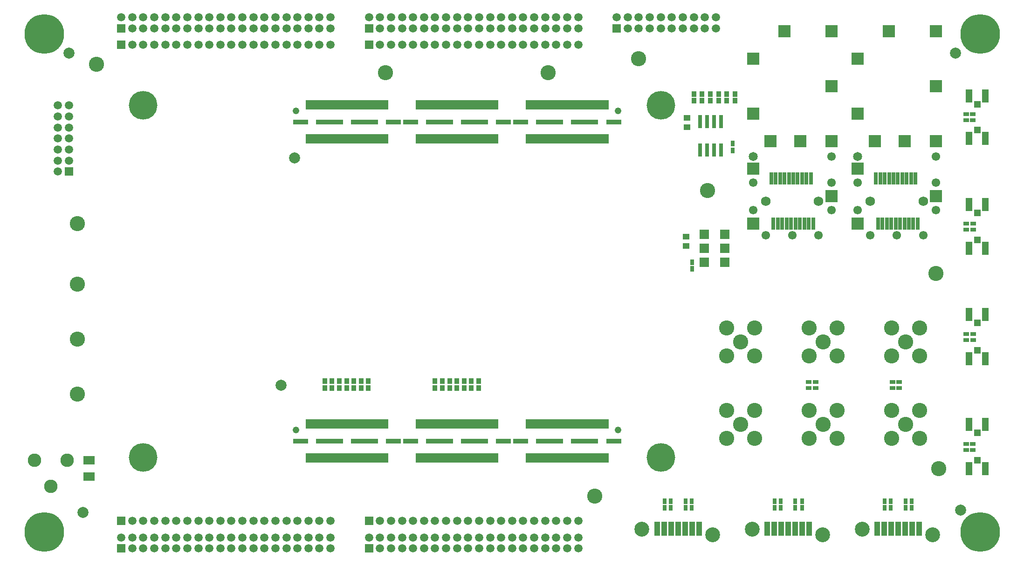
<source format=gts>
G04 Layer_Color=8388736*
%FSLAX25Y25*%
%MOIN*%
G70*
G01*
G75*
%ADD75R,0.02769X0.08674*%
%ADD76R,0.04343X0.10249*%
%ADD77R,0.03556X0.03950*%
%ADD78R,0.10800X0.03320*%
%ADD79R,0.19304X0.03320*%
%ADD80R,0.01981X0.06509*%
%ADD81R,0.03162X0.09461*%
%ADD82R,0.03162X0.09461*%
%ADD83R,0.04737X0.04343*%
%ADD84R,0.03950X0.03162*%
%ADD85R,0.03162X0.03950*%
%ADD86R,0.07887X0.05918*%
%ADD87C,0.07874*%
%ADD88R,0.04737X0.04934*%
%ADD89R,0.04934X0.09461*%
%ADD90R,0.06706X0.06706*%
%ADD91C,0.06509*%
%ADD92C,0.06115*%
%ADD93R,0.08674X0.08674*%
%ADD94C,0.06902*%
%ADD95C,0.10642*%
%ADD96C,0.20485*%
%ADD97C,0.04816*%
%ADD98C,0.05918*%
%ADD99R,0.05918X0.05918*%
%ADD100C,0.10800*%
%ADD101R,0.05918X0.05918*%
%ADD102C,0.09658*%
%ADD103C,0.28359*%
D75*
X567992Y272441D02*
D03*
X564843D02*
D03*
X561693D02*
D03*
X558543D02*
D03*
X555394D02*
D03*
X552244D02*
D03*
X549094D02*
D03*
X545945D02*
D03*
X542795D02*
D03*
X539646D02*
D03*
X541221Y240158D02*
D03*
X544370D02*
D03*
X547520D02*
D03*
X550669D02*
D03*
X553819D02*
D03*
X556968D02*
D03*
X560118D02*
D03*
X563268D02*
D03*
X566417D02*
D03*
X569567D02*
D03*
X644370Y240158D02*
D03*
X641221D02*
D03*
X638071D02*
D03*
X634921D02*
D03*
X631772D02*
D03*
X628622D02*
D03*
X625472D02*
D03*
X622323D02*
D03*
X619173D02*
D03*
X616024D02*
D03*
X614449Y272441D02*
D03*
X617598D02*
D03*
X620748D02*
D03*
X623898D02*
D03*
X627047D02*
D03*
X630197D02*
D03*
X633347D02*
D03*
X636496D02*
D03*
X639646D02*
D03*
X642795D02*
D03*
D76*
X536752Y21850D02*
D03*
X541752D02*
D03*
X546752D02*
D03*
X551752D02*
D03*
X556752D02*
D03*
X561752D02*
D03*
X566752D02*
D03*
X488012D02*
D03*
X483012D02*
D03*
X478012D02*
D03*
X473012D02*
D03*
X468012D02*
D03*
X463012D02*
D03*
X458012D02*
D03*
X615492D02*
D03*
X620492D02*
D03*
X625492D02*
D03*
X630492D02*
D03*
X635492D02*
D03*
X640492D02*
D03*
X645492D02*
D03*
D77*
X513779Y328346D02*
D03*
Y333071D02*
D03*
X496063Y333071D02*
D03*
Y328346D02*
D03*
X484252Y333071D02*
D03*
Y328346D02*
D03*
X507874Y333071D02*
D03*
Y328346D02*
D03*
X501968Y328346D02*
D03*
Y333071D02*
D03*
X490158Y328346D02*
D03*
Y333071D02*
D03*
X309600Y127462D02*
D03*
Y122738D02*
D03*
X330400Y127462D02*
D03*
Y122738D02*
D03*
X299200Y122738D02*
D03*
Y127462D02*
D03*
X304400Y122738D02*
D03*
Y127462D02*
D03*
X314800Y122738D02*
D03*
Y127462D02*
D03*
X320000Y122738D02*
D03*
Y127462D02*
D03*
X325200Y122738D02*
D03*
Y127462D02*
D03*
X230700Y127462D02*
D03*
Y122738D02*
D03*
X251500Y127462D02*
D03*
Y122738D02*
D03*
X220300Y127462D02*
D03*
Y122738D02*
D03*
X225500Y127462D02*
D03*
Y122738D02*
D03*
X235900Y127462D02*
D03*
Y122738D02*
D03*
X241100Y127462D02*
D03*
Y122738D02*
D03*
X246300Y127462D02*
D03*
Y122738D02*
D03*
D78*
X202972Y312992D02*
D03*
X269468D02*
D03*
X360453D02*
D03*
X426949D02*
D03*
X348209D02*
D03*
X281713D02*
D03*
X281713Y84646D02*
D03*
X348209D02*
D03*
X426949D02*
D03*
X360453D02*
D03*
X269469D02*
D03*
X202973D02*
D03*
D79*
X223721Y312992D02*
D03*
X248721D02*
D03*
X381201D02*
D03*
X406201D02*
D03*
X327461D02*
D03*
X302461D02*
D03*
X302461Y84646D02*
D03*
X327461D02*
D03*
X406201D02*
D03*
X381201D02*
D03*
X248721D02*
D03*
X223721D02*
D03*
D80*
X422244Y300827D02*
D03*
X422244Y325157D02*
D03*
X420276D02*
D03*
X418307D02*
D03*
X416339D02*
D03*
X414370D02*
D03*
X412402D02*
D03*
X410433D02*
D03*
X408465D02*
D03*
X406496D02*
D03*
X404528D02*
D03*
X402559D02*
D03*
X400591D02*
D03*
X398622D02*
D03*
X396654D02*
D03*
X394685D02*
D03*
X392717D02*
D03*
X390748D02*
D03*
X388779D02*
D03*
X386811D02*
D03*
X384842D02*
D03*
X382874D02*
D03*
X380906D02*
D03*
X378937D02*
D03*
X376969D02*
D03*
X375000D02*
D03*
X373031D02*
D03*
X371063D02*
D03*
X369094D02*
D03*
X367126D02*
D03*
X365158D02*
D03*
X343504D02*
D03*
X341535D02*
D03*
X339567D02*
D03*
X337598D02*
D03*
X335630D02*
D03*
X333661D02*
D03*
X331693D02*
D03*
X329724D02*
D03*
X327756D02*
D03*
X325787D02*
D03*
X323819D02*
D03*
X321850D02*
D03*
X319882D02*
D03*
X317913D02*
D03*
X315945D02*
D03*
X313976D02*
D03*
X312008D02*
D03*
X310039D02*
D03*
X308071D02*
D03*
X306102D02*
D03*
X304134D02*
D03*
X302165D02*
D03*
X300197D02*
D03*
X298228D02*
D03*
X296260D02*
D03*
X294291D02*
D03*
X292323D02*
D03*
X290354D02*
D03*
X288386D02*
D03*
X286417D02*
D03*
X264764D02*
D03*
X262795D02*
D03*
X260827D02*
D03*
X258858D02*
D03*
X256890D02*
D03*
X254921D02*
D03*
X252953D02*
D03*
X250984D02*
D03*
X249016D02*
D03*
X247047D02*
D03*
X245079D02*
D03*
X243110D02*
D03*
X241142D02*
D03*
X239173D02*
D03*
X237205D02*
D03*
X235236D02*
D03*
X233268D02*
D03*
X231299D02*
D03*
X229331D02*
D03*
X227362D02*
D03*
X225394D02*
D03*
X223425D02*
D03*
X221457D02*
D03*
X219488D02*
D03*
X217520D02*
D03*
X215551D02*
D03*
X213583D02*
D03*
X211614D02*
D03*
X209646D02*
D03*
X207677D02*
D03*
X420276Y300827D02*
D03*
X418307D02*
D03*
X416339D02*
D03*
X414370D02*
D03*
X412402D02*
D03*
X410433D02*
D03*
X408465D02*
D03*
X406496D02*
D03*
X404528D02*
D03*
X402559D02*
D03*
X400591D02*
D03*
X398622D02*
D03*
X396654D02*
D03*
X394685D02*
D03*
X392717D02*
D03*
X390748D02*
D03*
X388779D02*
D03*
X386811D02*
D03*
X384842D02*
D03*
X382874D02*
D03*
X380906D02*
D03*
X378937D02*
D03*
X376969D02*
D03*
X375000D02*
D03*
X373031D02*
D03*
X371063D02*
D03*
X369094D02*
D03*
X367126D02*
D03*
X365158D02*
D03*
X343504D02*
D03*
X341535D02*
D03*
X339567D02*
D03*
X337598D02*
D03*
X335630D02*
D03*
X333661D02*
D03*
X331693D02*
D03*
X329724D02*
D03*
X327756D02*
D03*
X325787D02*
D03*
X323819D02*
D03*
X321850D02*
D03*
X319882D02*
D03*
X317913D02*
D03*
X315945D02*
D03*
X313976D02*
D03*
X312008D02*
D03*
X310039D02*
D03*
X308071D02*
D03*
X306102D02*
D03*
X304134D02*
D03*
X302165D02*
D03*
X300197D02*
D03*
X298228D02*
D03*
X296260D02*
D03*
X294291D02*
D03*
X292323D02*
D03*
X290354D02*
D03*
X288386D02*
D03*
X286417D02*
D03*
X264764D02*
D03*
X262795D02*
D03*
X260827D02*
D03*
X258858D02*
D03*
X256890D02*
D03*
X254921D02*
D03*
X252953D02*
D03*
X250984D02*
D03*
X249016D02*
D03*
X247047D02*
D03*
X245079D02*
D03*
X243110D02*
D03*
X241142D02*
D03*
X239173D02*
D03*
X237205D02*
D03*
X235236D02*
D03*
X233268D02*
D03*
X231299D02*
D03*
X229331D02*
D03*
X227362D02*
D03*
X225394D02*
D03*
X223425D02*
D03*
X221457D02*
D03*
X219488D02*
D03*
X217520D02*
D03*
X215551D02*
D03*
X213583D02*
D03*
X211614D02*
D03*
X209646D02*
D03*
X207677D02*
D03*
X207677Y72480D02*
D03*
X209646D02*
D03*
X211614D02*
D03*
X213583D02*
D03*
X215551D02*
D03*
X217520D02*
D03*
X219488D02*
D03*
X221457D02*
D03*
X223425D02*
D03*
X225394D02*
D03*
X227362D02*
D03*
X229331D02*
D03*
X231299D02*
D03*
X233268D02*
D03*
X235236D02*
D03*
X237205D02*
D03*
X239173D02*
D03*
X241142D02*
D03*
X243110D02*
D03*
X245079D02*
D03*
X247047D02*
D03*
X249016D02*
D03*
X250984D02*
D03*
X252953D02*
D03*
X254921D02*
D03*
X256890D02*
D03*
X258858D02*
D03*
X260827D02*
D03*
X262795D02*
D03*
X264764D02*
D03*
X286417D02*
D03*
X288386D02*
D03*
X290354D02*
D03*
X292323D02*
D03*
X294291D02*
D03*
X296260D02*
D03*
X298228D02*
D03*
X300197D02*
D03*
X302165D02*
D03*
X304134D02*
D03*
X306102D02*
D03*
X308071D02*
D03*
X310039D02*
D03*
X312008D02*
D03*
X313976D02*
D03*
X315945D02*
D03*
X317914D02*
D03*
X319882D02*
D03*
X321850D02*
D03*
X323819D02*
D03*
X325787D02*
D03*
X327756D02*
D03*
X329725D02*
D03*
X331693D02*
D03*
X333662D02*
D03*
X335630D02*
D03*
X337598D02*
D03*
X339567D02*
D03*
X341535D02*
D03*
X343504D02*
D03*
X365158D02*
D03*
X367126D02*
D03*
X369094D02*
D03*
X371063D02*
D03*
X373032D02*
D03*
X375000D02*
D03*
X376969D02*
D03*
X378937D02*
D03*
X380906D02*
D03*
X382874D02*
D03*
X384843D02*
D03*
X386811D02*
D03*
X388780D02*
D03*
X390748D02*
D03*
X392717D02*
D03*
X394685D02*
D03*
X396654D02*
D03*
X398622D02*
D03*
X400591D02*
D03*
X402559D02*
D03*
X404528D02*
D03*
X406496D02*
D03*
X408465D02*
D03*
X410433D02*
D03*
X412402D02*
D03*
X414370D02*
D03*
X416339D02*
D03*
X418307D02*
D03*
X420276D02*
D03*
X207677Y96811D02*
D03*
X209646D02*
D03*
X211614D02*
D03*
X213583D02*
D03*
X215551D02*
D03*
X217520D02*
D03*
X219488D02*
D03*
X221457D02*
D03*
X223425D02*
D03*
X225394D02*
D03*
X227362D02*
D03*
X229331D02*
D03*
X231299D02*
D03*
X233268D02*
D03*
X235236D02*
D03*
X237205D02*
D03*
X239173D02*
D03*
X241142D02*
D03*
X243110D02*
D03*
X245079D02*
D03*
X247047D02*
D03*
X249016D02*
D03*
X250984D02*
D03*
X252953D02*
D03*
X254921D02*
D03*
X256890D02*
D03*
X258858D02*
D03*
X260827D02*
D03*
X262795D02*
D03*
X264764D02*
D03*
X286417D02*
D03*
X288386D02*
D03*
X290354D02*
D03*
X292323D02*
D03*
X294291D02*
D03*
X296260D02*
D03*
X298228D02*
D03*
X300197D02*
D03*
X302165D02*
D03*
X304134D02*
D03*
X306102D02*
D03*
X308071D02*
D03*
X310039D02*
D03*
X312008D02*
D03*
X313976D02*
D03*
X315945D02*
D03*
X317913D02*
D03*
X319882D02*
D03*
X321850D02*
D03*
X323819D02*
D03*
X325787D02*
D03*
X327756D02*
D03*
X329725D02*
D03*
X331693D02*
D03*
X333662D02*
D03*
X335630D02*
D03*
X337598D02*
D03*
X339567D02*
D03*
X341535D02*
D03*
X343504D02*
D03*
X365158D02*
D03*
X367126D02*
D03*
X369094D02*
D03*
X371063D02*
D03*
X373031D02*
D03*
X375000D02*
D03*
X376969D02*
D03*
X378937D02*
D03*
X380906D02*
D03*
X382874D02*
D03*
X384843D02*
D03*
X386811D02*
D03*
X388780D02*
D03*
X390748D02*
D03*
X392717D02*
D03*
X394685D02*
D03*
X396654D02*
D03*
X398622D02*
D03*
X400591D02*
D03*
X402559D02*
D03*
X404528D02*
D03*
X406496D02*
D03*
X408465D02*
D03*
X410433D02*
D03*
X412402D02*
D03*
X414370D02*
D03*
X416339D02*
D03*
X418307D02*
D03*
X420276D02*
D03*
X422244D02*
D03*
X422244Y72480D02*
D03*
D81*
X498563Y313386D02*
D03*
X493563D02*
D03*
X488563D02*
D03*
X503563Y292913D02*
D03*
X498563D02*
D03*
X493563D02*
D03*
X488563D02*
D03*
D82*
X503563Y313386D02*
D03*
D83*
X479500Y316000D02*
D03*
Y309307D02*
D03*
X478600Y230946D02*
D03*
Y224254D02*
D03*
D84*
X679200Y157000D02*
D03*
X683924D02*
D03*
X679200Y161300D02*
D03*
X683924D02*
D03*
X679138Y78200D02*
D03*
X683862D02*
D03*
X679138Y82500D02*
D03*
X683862D02*
D03*
X679134Y314173D02*
D03*
X683858D02*
D03*
X679134Y318504D02*
D03*
X683858D02*
D03*
X679200Y235800D02*
D03*
X683924D02*
D03*
X679200Y240100D02*
D03*
X683924D02*
D03*
X566535Y122700D02*
D03*
X571260D02*
D03*
X566535Y127000D02*
D03*
X571260D02*
D03*
X626238Y122700D02*
D03*
X630962D02*
D03*
X626238Y127000D02*
D03*
X630962D02*
D03*
D85*
X512200Y297462D02*
D03*
Y292738D02*
D03*
X620800Y41562D02*
D03*
Y36838D02*
D03*
X625100Y41562D02*
D03*
Y36838D02*
D03*
X635800Y41562D02*
D03*
Y36838D02*
D03*
X640100Y41562D02*
D03*
Y36838D02*
D03*
X542000Y41562D02*
D03*
Y36838D02*
D03*
X546300Y41562D02*
D03*
Y36838D02*
D03*
X556700Y41500D02*
D03*
Y36776D02*
D03*
X561700Y41500D02*
D03*
Y36776D02*
D03*
X463300Y41562D02*
D03*
Y36838D02*
D03*
X467600Y41562D02*
D03*
Y36838D02*
D03*
X478400Y41562D02*
D03*
Y36838D02*
D03*
X482700Y41562D02*
D03*
Y36838D02*
D03*
X483200Y212562D02*
D03*
Y207838D02*
D03*
D86*
X51600Y70809D02*
D03*
Y59391D02*
D03*
D87*
X37402Y362205D02*
D03*
X47244Y33465D02*
D03*
X675197Y35433D02*
D03*
X671260Y362205D02*
D03*
X189100Y124700D02*
D03*
X198819Y287402D02*
D03*
D88*
X687008Y169193D02*
D03*
Y149705D02*
D03*
Y90453D02*
D03*
Y70965D02*
D03*
Y228445D02*
D03*
Y247933D02*
D03*
X687008Y307185D02*
D03*
X687008Y325689D02*
D03*
D89*
X692815Y175197D02*
D03*
X681201D02*
D03*
X681201Y143701D02*
D03*
X692815D02*
D03*
X692815Y96457D02*
D03*
X681201D02*
D03*
X681201Y64961D02*
D03*
X692815D02*
D03*
X681201Y222441D02*
D03*
X692815D02*
D03*
X692815Y253937D02*
D03*
X681201D02*
D03*
Y301181D02*
D03*
X692815D02*
D03*
Y331693D02*
D03*
X681201D02*
D03*
D90*
X506525Y232595D02*
D03*
Y212595D02*
D03*
Y222595D02*
D03*
X491761D02*
D03*
Y212595D02*
D03*
Y232595D02*
D03*
D91*
X526575Y288189D02*
D03*
X601378Y288189D02*
D03*
D92*
X526575Y250000D02*
D03*
Y269685D02*
D03*
X582677Y288189D02*
D03*
Y250000D02*
D03*
Y269685D02*
D03*
X573504Y231890D02*
D03*
X554606D02*
D03*
X535709D02*
D03*
X610512Y231890D02*
D03*
X629410D02*
D03*
X648307D02*
D03*
X657480Y269685D02*
D03*
Y250000D02*
D03*
Y288189D02*
D03*
X601378Y269685D02*
D03*
Y250000D02*
D03*
D93*
X539055Y299213D02*
D03*
X560315D02*
D03*
X548898Y377953D02*
D03*
X526575Y358268D02*
D03*
Y318898D02*
D03*
Y279528D02*
D03*
Y240158D02*
D03*
X582677Y377953D02*
D03*
Y338583D02*
D03*
Y299213D02*
D03*
Y259842D02*
D03*
X657480Y259842D02*
D03*
Y299213D02*
D03*
Y338583D02*
D03*
Y377953D02*
D03*
X601378Y240158D02*
D03*
Y279528D02*
D03*
Y318898D02*
D03*
Y358268D02*
D03*
X623701Y377953D02*
D03*
X635118Y299213D02*
D03*
X613858D02*
D03*
D94*
X573504Y256299D02*
D03*
X535709D02*
D03*
X610512Y256299D02*
D03*
X648307D02*
D03*
D95*
X525925Y21457D02*
D03*
X576437Y17520D02*
D03*
X497697D02*
D03*
X447185Y21457D02*
D03*
X604665D02*
D03*
X655177Y17520D02*
D03*
D96*
X460630Y324803D02*
D03*
Y72835D02*
D03*
X90551Y324803D02*
D03*
Y72835D02*
D03*
D97*
X430079Y320984D02*
D03*
X199843D02*
D03*
X199843Y92638D02*
D03*
X430079D02*
D03*
D98*
X468504Y379921D02*
D03*
Y387795D02*
D03*
X476378Y379921D02*
D03*
Y387795D02*
D03*
X429134D02*
D03*
X437008Y379921D02*
D03*
Y387795D02*
D03*
X444882Y379921D02*
D03*
Y387795D02*
D03*
X460630D02*
D03*
Y379921D02*
D03*
X452756Y387795D02*
D03*
Y379921D02*
D03*
X484252D02*
D03*
Y387795D02*
D03*
X492126Y379921D02*
D03*
Y387795D02*
D03*
X500000Y379921D02*
D03*
Y387795D02*
D03*
X82677Y27559D02*
D03*
X90551D02*
D03*
X98425D02*
D03*
X106299D02*
D03*
X114173D02*
D03*
X122047D02*
D03*
X129921D02*
D03*
X137795D02*
D03*
X200787D02*
D03*
X192913D02*
D03*
X185039D02*
D03*
X177165D02*
D03*
X169291D02*
D03*
X161417D02*
D03*
X153543D02*
D03*
X145669D02*
D03*
X208661D02*
D03*
X216535D02*
D03*
X224410D02*
D03*
X401575D02*
D03*
X393701D02*
D03*
X385827D02*
D03*
X322835D02*
D03*
X330709D02*
D03*
X338583D02*
D03*
X346457D02*
D03*
X354331D02*
D03*
X362205D02*
D03*
X370079D02*
D03*
X377953D02*
D03*
X314961D02*
D03*
X307087D02*
D03*
X299213D02*
D03*
X291339D02*
D03*
X283465D02*
D03*
X275590D02*
D03*
X267717D02*
D03*
X259842D02*
D03*
X82677Y368110D02*
D03*
X90551D02*
D03*
X98425D02*
D03*
X106299D02*
D03*
X114173D02*
D03*
X122047D02*
D03*
X129921D02*
D03*
X137795D02*
D03*
X200787D02*
D03*
X192913D02*
D03*
X185039D02*
D03*
X177165D02*
D03*
X169291D02*
D03*
X161417D02*
D03*
X153543D02*
D03*
X145669D02*
D03*
X208661D02*
D03*
X216535D02*
D03*
X224410D02*
D03*
X401575Y368110D02*
D03*
X393701D02*
D03*
X385827D02*
D03*
X322835D02*
D03*
X330709D02*
D03*
X338583D02*
D03*
X346457D02*
D03*
X354331D02*
D03*
X362205D02*
D03*
X370079D02*
D03*
X377953D02*
D03*
X314961D02*
D03*
X307087D02*
D03*
X299213D02*
D03*
X291339D02*
D03*
X283465D02*
D03*
X275590D02*
D03*
X267717D02*
D03*
X259842D02*
D03*
X114173Y7874D02*
D03*
Y15748D02*
D03*
X122047Y7874D02*
D03*
Y15748D02*
D03*
X74803D02*
D03*
X82677Y7874D02*
D03*
Y15748D02*
D03*
X90551Y7874D02*
D03*
Y15748D02*
D03*
X106299D02*
D03*
Y7874D02*
D03*
X98425Y15748D02*
D03*
Y7874D02*
D03*
X129921D02*
D03*
Y15748D02*
D03*
X137795Y7874D02*
D03*
Y15748D02*
D03*
X145669Y7874D02*
D03*
Y15748D02*
D03*
X153543Y7874D02*
D03*
Y15748D02*
D03*
X161417Y7874D02*
D03*
Y15748D02*
D03*
X169291Y7874D02*
D03*
Y15748D02*
D03*
X177165Y7874D02*
D03*
Y15748D02*
D03*
X185039Y7874D02*
D03*
Y15748D02*
D03*
X192913Y7874D02*
D03*
Y15748D02*
D03*
X200787Y7874D02*
D03*
Y15748D02*
D03*
X208661Y7874D02*
D03*
Y15748D02*
D03*
X216535Y7874D02*
D03*
Y15748D02*
D03*
X224410Y7874D02*
D03*
Y15748D02*
D03*
X401575D02*
D03*
Y7874D02*
D03*
X393701Y15748D02*
D03*
Y7874D02*
D03*
X385827Y15748D02*
D03*
Y7874D02*
D03*
X377953Y15748D02*
D03*
Y7874D02*
D03*
X370079Y15748D02*
D03*
Y7874D02*
D03*
X362205Y15748D02*
D03*
Y7874D02*
D03*
X354331Y15748D02*
D03*
Y7874D02*
D03*
X346457Y15748D02*
D03*
Y7874D02*
D03*
X338583Y15748D02*
D03*
Y7874D02*
D03*
X330709Y15748D02*
D03*
Y7874D02*
D03*
X322835Y15748D02*
D03*
Y7874D02*
D03*
X314961Y15748D02*
D03*
Y7874D02*
D03*
X307087Y15748D02*
D03*
Y7874D02*
D03*
X275591D02*
D03*
Y15748D02*
D03*
X283465Y7874D02*
D03*
Y15748D02*
D03*
X267717D02*
D03*
Y7874D02*
D03*
X259842Y15748D02*
D03*
Y7874D02*
D03*
X251969Y15748D02*
D03*
X299213D02*
D03*
Y7874D02*
D03*
X291339Y15748D02*
D03*
Y7874D02*
D03*
X114173Y379921D02*
D03*
Y387795D02*
D03*
X122047Y379921D02*
D03*
Y387795D02*
D03*
X74803D02*
D03*
X82677Y379921D02*
D03*
Y387795D02*
D03*
X90551Y379921D02*
D03*
Y387795D02*
D03*
X106299D02*
D03*
Y379921D02*
D03*
X98425Y387795D02*
D03*
Y379921D02*
D03*
X129921D02*
D03*
Y387795D02*
D03*
X137795Y379921D02*
D03*
Y387795D02*
D03*
X145669Y379921D02*
D03*
Y387795D02*
D03*
X153543Y379921D02*
D03*
Y387795D02*
D03*
X161417Y379921D02*
D03*
Y387795D02*
D03*
X169291Y379921D02*
D03*
Y387795D02*
D03*
X177165Y379921D02*
D03*
Y387795D02*
D03*
X185039Y379921D02*
D03*
Y387795D02*
D03*
X192913Y379921D02*
D03*
Y387795D02*
D03*
X200787Y379921D02*
D03*
Y387795D02*
D03*
X208661Y379921D02*
D03*
Y387795D02*
D03*
X216535Y379921D02*
D03*
Y387795D02*
D03*
X224410Y379921D02*
D03*
Y387795D02*
D03*
X401575Y387795D02*
D03*
Y379921D02*
D03*
X393701Y387795D02*
D03*
Y379921D02*
D03*
X385827Y387795D02*
D03*
Y379921D02*
D03*
X377953Y387795D02*
D03*
Y379921D02*
D03*
X370079Y387795D02*
D03*
Y379921D02*
D03*
X362205Y387795D02*
D03*
Y379921D02*
D03*
X354331Y387795D02*
D03*
Y379921D02*
D03*
X346457Y387795D02*
D03*
Y379921D02*
D03*
X338583Y387795D02*
D03*
Y379921D02*
D03*
X330709Y387795D02*
D03*
Y379921D02*
D03*
X322835Y387795D02*
D03*
Y379921D02*
D03*
X314961Y387795D02*
D03*
Y379921D02*
D03*
X307087Y387795D02*
D03*
Y379921D02*
D03*
X275591D02*
D03*
Y387795D02*
D03*
X283465Y379921D02*
D03*
Y387795D02*
D03*
X267717D02*
D03*
Y379921D02*
D03*
X259842Y387795D02*
D03*
Y379921D02*
D03*
X251969Y387795D02*
D03*
X299213D02*
D03*
Y379921D02*
D03*
X291339Y387795D02*
D03*
Y379921D02*
D03*
X37402Y316929D02*
D03*
X29528D02*
D03*
X37402Y324803D02*
D03*
X29528D02*
D03*
Y277559D02*
D03*
X37402Y285433D02*
D03*
X29528D02*
D03*
X37402Y293307D02*
D03*
X29528D02*
D03*
Y309055D02*
D03*
X37402D02*
D03*
X29528Y301181D02*
D03*
X37402D02*
D03*
D99*
X429134Y379921D02*
D03*
X74803Y27559D02*
D03*
X251969D02*
D03*
X74803Y368110D02*
D03*
X251969Y368110D02*
D03*
X74803Y7874D02*
D03*
X251969D02*
D03*
X74803Y379921D02*
D03*
X251969Y379921D02*
D03*
D100*
X517874Y96614D02*
D03*
X527874Y106614D02*
D03*
Y86614D02*
D03*
X507874D02*
D03*
Y106614D02*
D03*
Y165669D02*
D03*
Y145669D02*
D03*
X527874D02*
D03*
Y165669D02*
D03*
X517874Y155669D02*
D03*
X635827Y155512D02*
D03*
X645827Y165512D02*
D03*
Y145512D02*
D03*
X625827D02*
D03*
Y165512D02*
D03*
X566772D02*
D03*
Y145512D02*
D03*
X586772D02*
D03*
Y165512D02*
D03*
X576772Y155512D02*
D03*
X635827Y96457D02*
D03*
X645827Y106457D02*
D03*
Y86457D02*
D03*
X625827D02*
D03*
Y106457D02*
D03*
X566772D02*
D03*
Y86457D02*
D03*
X586772D02*
D03*
Y106457D02*
D03*
X576772Y96457D02*
D03*
X43307Y240158D02*
D03*
X413386Y45276D02*
D03*
X263779Y348425D02*
D03*
X494095Y263779D02*
D03*
X379921Y348425D02*
D03*
X43307Y196850D02*
D03*
X444882Y358268D02*
D03*
X43307Y118110D02*
D03*
X659449Y64961D02*
D03*
X43307Y157480D02*
D03*
X57087Y354331D02*
D03*
X657480Y204724D02*
D03*
D101*
X37402Y277559D02*
D03*
D102*
X24409Y52362D02*
D03*
X12598Y70866D02*
D03*
X36220D02*
D03*
D103*
X688976Y19685D02*
D03*
Y375984D02*
D03*
X19685Y375984D02*
D03*
Y19685D02*
D03*
M02*

</source>
